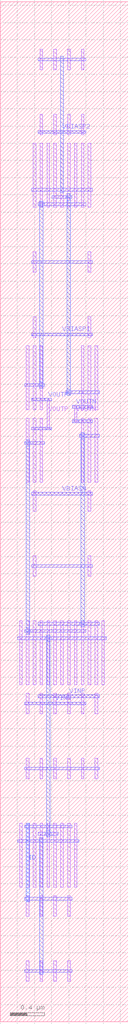
<source format=lef>
MACRO TELESCOPIC_OTA
  ORIGIN 0 0 ;
  FOREIGN TELESCOPIC_OTA 0 0 ;
  SIZE 1.492 BY 11.844 ;
  PIN ID
    DIRECTION INOUT ;
    USE SIGNAL ;
    PORT 
      LAYER M3 ;
        RECT 0.3 1.392 0.34 2.304 ;
    END
  END ID
  PIN VBIASP2
    DIRECTION INOUT ;
    USE SIGNAL ;
    PORT 
      LAYER M2 ;
        RECT 0.444 10.316 0.996 10.348 ;
    END
  END VBIASP2
  PIN VOUTN
    DIRECTION INOUT ;
    USE SIGNAL ;
    PORT 
      LAYER M2 ;
        RECT 0.844 6.956 1.076 6.988 ;
      LAYER M2 ;
        RECT 0.844 7.124 1.076 7.156 ;
      LAYER M2 ;
        RECT 0.844 6.956 0.916 6.988 ;
      LAYER M1 ;
        RECT 0.864 6.966 0.896 7.146 ;
      LAYER M2 ;
        RECT 0.844 7.124 0.916 7.156 ;
    END
  END VOUTN
  PIN VOUTP
    DIRECTION INOUT ;
    USE SIGNAL ;
    PORT 
      LAYER M2 ;
        RECT 0.364 6.872 0.596 6.904 ;
      LAYER M2 ;
        RECT 0.364 7.208 0.596 7.24 ;
      LAYER M2 ;
        RECT 0.524 6.872 0.596 6.904 ;
      LAYER M1 ;
        RECT 0.544 6.888 0.576 7.224 ;
      LAYER M2 ;
        RECT 0.524 7.208 0.596 7.24 ;
    END
  END VOUTP
  PIN VBIASN
    DIRECTION INOUT ;
    USE SIGNAL ;
    PORT 
      LAYER M2 ;
        RECT 0.364 6.116 1.076 6.148 ;
    END
  END VBIASN
  PIN VBIASP1
    DIRECTION INOUT ;
    USE SIGNAL ;
    PORT 
      LAYER M2 ;
        RECT 0.364 7.964 1.076 7.996 ;
    END
  END VBIASP1
  PIN VINP
    DIRECTION INOUT ;
    USE SIGNAL ;
    PORT 
      LAYER M2 ;
        RECT 0.444 3.764 1.156 3.796 ;
    END
  END VINP
  PIN VINN
    DIRECTION INOUT ;
    USE SIGNAL ;
    PORT 
      LAYER M2 ;
        RECT 0.284 3.68 0.996 3.712 ;
    END
  END VINN
  OBS 
  LAYER M2 ;
        RECT 0.444 2.168 0.676 2.2 ;
  LAYER M2 ;
        RECT 0.204 4.436 1.236 4.468 ;
  LAYER M2 ;
        RECT 0.524 2.168 0.596 2.2 ;
  LAYER M3 ;
        RECT 0.54 2.184 0.58 4.452 ;
  LAYER M2 ;
        RECT 0.524 4.436 0.596 4.468 ;
  LAYER M2 ;
        RECT 0.524 2.168 0.596 2.2 ;
  LAYER M3 ;
        RECT 0.54 2.148 0.58 2.22 ;
  LAYER M2 ;
        RECT 0.524 4.436 0.596 4.468 ;
  LAYER M3 ;
        RECT 0.54 4.416 0.58 4.488 ;
  LAYER M2 ;
        RECT 0.524 2.168 0.596 2.2 ;
  LAYER M3 ;
        RECT 0.54 2.148 0.58 2.22 ;
  LAYER M2 ;
        RECT 0.524 4.436 0.596 4.468 ;
  LAYER M3 ;
        RECT 0.54 4.416 0.58 4.488 ;
  LAYER M2 ;
        RECT 0.284 7.376 0.516 7.408 ;
  LAYER M2 ;
        RECT 0.444 9.476 0.996 9.508 ;
  LAYER M2 ;
        RECT 0.444 7.376 0.516 7.408 ;
  LAYER M3 ;
        RECT 0.46 7.392 0.5 9.492 ;
  LAYER M2 ;
        RECT 0.444 9.476 0.516 9.508 ;
  LAYER M2 ;
        RECT 0.444 7.376 0.516 7.408 ;
  LAYER M3 ;
        RECT 0.46 7.356 0.5 7.428 ;
  LAYER M2 ;
        RECT 0.444 9.476 0.516 9.508 ;
  LAYER M3 ;
        RECT 0.46 9.456 0.5 9.528 ;
  LAYER M2 ;
        RECT 0.444 7.376 0.516 7.408 ;
  LAYER M3 ;
        RECT 0.46 7.356 0.5 7.428 ;
  LAYER M2 ;
        RECT 0.444 9.476 0.516 9.508 ;
  LAYER M3 ;
        RECT 0.46 9.456 0.5 9.528 ;
  LAYER M2 ;
        RECT 0.924 7.292 1.156 7.324 ;
  LAYER M2 ;
        RECT 0.604 9.56 0.836 9.592 ;
  LAYER M2 ;
        RECT 0.8 7.292 0.96 7.324 ;
  LAYER M3 ;
        RECT 0.78 7.308 0.82 9.576 ;
  LAYER M2 ;
        RECT 0.764 9.56 0.836 9.592 ;
  LAYER M2 ;
        RECT 0.764 7.292 0.836 7.324 ;
  LAYER M3 ;
        RECT 0.78 7.272 0.82 7.344 ;
  LAYER M2 ;
        RECT 0.764 9.56 0.836 9.592 ;
  LAYER M3 ;
        RECT 0.78 9.54 0.82 9.612 ;
  LAYER M2 ;
        RECT 0.764 7.292 0.836 7.324 ;
  LAYER M3 ;
        RECT 0.78 7.272 0.82 7.344 ;
  LAYER M2 ;
        RECT 0.764 9.56 0.836 9.592 ;
  LAYER M3 ;
        RECT 0.78 9.54 0.82 9.612 ;
  LAYER M2 ;
        RECT 0.444 4.604 1.156 4.636 ;
  LAYER M2 ;
        RECT 0.924 6.788 1.156 6.82 ;
  LAYER M2 ;
        RECT 0.924 4.604 0.996 4.636 ;
  LAYER M3 ;
        RECT 0.94 4.62 0.98 6.804 ;
  LAYER M2 ;
        RECT 0.924 6.788 0.996 6.82 ;
  LAYER M2 ;
        RECT 0.924 4.604 0.996 4.636 ;
  LAYER M3 ;
        RECT 0.94 4.584 0.98 4.656 ;
  LAYER M2 ;
        RECT 0.924 6.788 0.996 6.82 ;
  LAYER M3 ;
        RECT 0.94 6.768 0.98 6.84 ;
  LAYER M2 ;
        RECT 0.924 4.604 0.996 4.636 ;
  LAYER M3 ;
        RECT 0.94 4.584 0.98 4.656 ;
  LAYER M2 ;
        RECT 0.924 6.788 0.996 6.82 ;
  LAYER M3 ;
        RECT 0.94 6.768 0.98 6.84 ;
  LAYER M2 ;
        RECT 0.284 4.52 0.996 4.552 ;
  LAYER M2 ;
        RECT 0.284 6.704 0.516 6.736 ;
  LAYER M2 ;
        RECT 0.284 4.52 0.356 4.552 ;
  LAYER M3 ;
        RECT 0.3 4.536 0.34 6.72 ;
  LAYER M2 ;
        RECT 0.284 6.704 0.356 6.736 ;
  LAYER M2 ;
        RECT 0.284 4.52 0.356 4.552 ;
  LAYER M3 ;
        RECT 0.3 4.5 0.34 4.572 ;
  LAYER M2 ;
        RECT 0.284 6.704 0.356 6.736 ;
  LAYER M3 ;
        RECT 0.3 6.684 0.34 6.756 ;
  LAYER M2 ;
        RECT 0.284 4.52 0.356 4.552 ;
  LAYER M3 ;
        RECT 0.3 4.5 0.34 4.572 ;
  LAYER M2 ;
        RECT 0.284 6.704 0.356 6.736 ;
  LAYER M3 ;
        RECT 0.3 6.684 0.34 6.756 ;
  LAYER M1 ;
        RECT 0.304 1.56 0.336 2.304 ;
  LAYER M1 ;
        RECT 0.304 1.224 0.336 1.464 ;
  LAYER M1 ;
        RECT 0.304 0.468 0.336 0.708 ;
  LAYER M1 ;
        RECT 0.224 1.56 0.256 2.304 ;
  LAYER M1 ;
        RECT 0.384 1.56 0.416 2.304 ;
  LAYER M1 ;
        RECT 0.464 1.56 0.496 2.304 ;
  LAYER M1 ;
        RECT 0.464 1.224 0.496 1.464 ;
  LAYER M1 ;
        RECT 0.464 0.468 0.496 0.708 ;
  LAYER M1 ;
        RECT 0.544 1.56 0.576 2.304 ;
  LAYER M1 ;
        RECT 0.624 1.56 0.656 2.304 ;
  LAYER M1 ;
        RECT 0.624 1.224 0.656 1.464 ;
  LAYER M1 ;
        RECT 0.624 0.468 0.656 0.708 ;
  LAYER M1 ;
        RECT 0.704 1.56 0.736 2.304 ;
  LAYER M1 ;
        RECT 0.784 1.56 0.816 2.304 ;
  LAYER M1 ;
        RECT 0.784 1.224 0.816 1.464 ;
  LAYER M1 ;
        RECT 0.784 0.468 0.816 0.708 ;
  LAYER M1 ;
        RECT 0.864 1.56 0.896 2.304 ;
  LAYER M2 ;
        RECT 0.284 2.252 0.836 2.284 ;
  LAYER M2 ;
        RECT 0.284 1.412 0.836 1.444 ;
  LAYER M2 ;
        RECT 0.204 2.084 0.916 2.116 ;
  LAYER M2 ;
        RECT 0.284 0.572 0.836 0.604 ;
  LAYER M3 ;
        RECT 0.3 1.392 0.34 2.304 ;
  LAYER M2 ;
        RECT 0.444 2.168 0.676 2.2 ;
  LAYER M3 ;
        RECT 0.46 0.552 0.5 2.136 ;
  LAYER M1 ;
        RECT 0.464 9.456 0.496 10.2 ;
  LAYER M1 ;
        RECT 0.464 10.296 0.496 10.536 ;
  LAYER M1 ;
        RECT 0.464 11.052 0.496 11.292 ;
  LAYER M1 ;
        RECT 0.384 9.456 0.416 10.2 ;
  LAYER M1 ;
        RECT 0.544 9.456 0.576 10.2 ;
  LAYER M1 ;
        RECT 0.624 9.456 0.656 10.2 ;
  LAYER M1 ;
        RECT 0.624 10.296 0.656 10.536 ;
  LAYER M1 ;
        RECT 0.624 11.052 0.656 11.292 ;
  LAYER M1 ;
        RECT 0.704 9.456 0.736 10.2 ;
  LAYER M1 ;
        RECT 0.784 9.456 0.816 10.2 ;
  LAYER M1 ;
        RECT 0.784 10.296 0.816 10.536 ;
  LAYER M1 ;
        RECT 0.784 11.052 0.816 11.292 ;
  LAYER M1 ;
        RECT 0.864 9.456 0.896 10.2 ;
  LAYER M1 ;
        RECT 0.944 9.456 0.976 10.2 ;
  LAYER M1 ;
        RECT 0.944 10.296 0.976 10.536 ;
  LAYER M1 ;
        RECT 0.944 11.052 0.976 11.292 ;
  LAYER M1 ;
        RECT 1.024 9.456 1.056 10.2 ;
  LAYER M2 ;
        RECT 0.364 9.644 1.076 9.676 ;
  LAYER M2 ;
        RECT 0.444 11.156 0.996 11.188 ;
  LAYER M2 ;
        RECT 0.444 9.476 0.996 9.508 ;
  LAYER M2 ;
        RECT 0.604 9.56 0.836 9.592 ;
  LAYER M2 ;
        RECT 0.444 10.316 0.996 10.348 ;
  LAYER M3 ;
        RECT 0.7 9.624 0.74 11.208 ;
  LAYER M1 ;
        RECT 1.024 6.264 1.056 7.008 ;
  LAYER M1 ;
        RECT 1.024 5.928 1.056 6.168 ;
  LAYER M1 ;
        RECT 1.024 5.172 1.056 5.412 ;
  LAYER M1 ;
        RECT 1.104 6.264 1.136 7.008 ;
  LAYER M1 ;
        RECT 0.944 6.264 0.976 7.008 ;
  LAYER M1 ;
        RECT 0.384 6.264 0.416 7.008 ;
  LAYER M1 ;
        RECT 0.384 5.928 0.416 6.168 ;
  LAYER M1 ;
        RECT 0.384 5.172 0.416 5.412 ;
  LAYER M1 ;
        RECT 0.464 6.264 0.496 7.008 ;
  LAYER M1 ;
        RECT 0.304 6.264 0.336 7.008 ;
  LAYER M2 ;
        RECT 0.364 5.276 1.076 5.308 ;
  LAYER M2 ;
        RECT 0.844 6.956 1.076 6.988 ;
  LAYER M2 ;
        RECT 0.364 6.872 0.596 6.904 ;
  LAYER M2 ;
        RECT 0.364 6.116 1.076 6.148 ;
  LAYER M2 ;
        RECT 0.924 6.788 1.156 6.82 ;
  LAYER M2 ;
        RECT 0.284 6.704 0.516 6.736 ;
  LAYER M1 ;
        RECT 1.024 7.104 1.056 7.848 ;
  LAYER M1 ;
        RECT 1.024 7.944 1.056 8.184 ;
  LAYER M1 ;
        RECT 1.024 8.7 1.056 8.94 ;
  LAYER M1 ;
        RECT 1.104 7.104 1.136 7.848 ;
  LAYER M1 ;
        RECT 0.944 7.104 0.976 7.848 ;
  LAYER M1 ;
        RECT 0.384 7.104 0.416 7.848 ;
  LAYER M1 ;
        RECT 0.384 7.944 0.416 8.184 ;
  LAYER M1 ;
        RECT 0.384 8.7 0.416 8.94 ;
  LAYER M1 ;
        RECT 0.464 7.104 0.496 7.848 ;
  LAYER M1 ;
        RECT 0.304 7.104 0.336 7.848 ;
  LAYER M2 ;
        RECT 0.364 8.804 1.076 8.836 ;
  LAYER M2 ;
        RECT 0.844 7.124 1.076 7.156 ;
  LAYER M2 ;
        RECT 0.364 7.208 0.596 7.24 ;
  LAYER M2 ;
        RECT 0.364 7.964 1.076 7.996 ;
  LAYER M2 ;
        RECT 0.924 7.292 1.156 7.324 ;
  LAYER M2 ;
        RECT 0.284 7.376 0.516 7.408 ;
  LAYER M1 ;
        RECT 1.104 3.912 1.136 4.656 ;
  LAYER M1 ;
        RECT 1.104 3.576 1.136 3.816 ;
  LAYER M1 ;
        RECT 1.104 2.82 1.136 3.06 ;
  LAYER M1 ;
        RECT 1.184 3.912 1.216 4.656 ;
  LAYER M1 ;
        RECT 1.024 3.912 1.056 4.656 ;
  LAYER M1 ;
        RECT 0.944 3.912 0.976 4.656 ;
  LAYER M1 ;
        RECT 0.944 3.576 0.976 3.816 ;
  LAYER M1 ;
        RECT 0.944 2.82 0.976 3.06 ;
  LAYER M1 ;
        RECT 0.864 3.912 0.896 4.656 ;
  LAYER M1 ;
        RECT 0.784 3.912 0.816 4.656 ;
  LAYER M1 ;
        RECT 0.784 3.576 0.816 3.816 ;
  LAYER M1 ;
        RECT 0.784 2.82 0.816 3.06 ;
  LAYER M1 ;
        RECT 0.704 3.912 0.736 4.656 ;
  LAYER M1 ;
        RECT 0.624 3.912 0.656 4.656 ;
  LAYER M1 ;
        RECT 0.624 3.576 0.656 3.816 ;
  LAYER M1 ;
        RECT 0.624 2.82 0.656 3.06 ;
  LAYER M1 ;
        RECT 0.544 3.912 0.576 4.656 ;
  LAYER M1 ;
        RECT 0.464 3.912 0.496 4.656 ;
  LAYER M1 ;
        RECT 0.464 3.576 0.496 3.816 ;
  LAYER M1 ;
        RECT 0.464 2.82 0.496 3.06 ;
  LAYER M1 ;
        RECT 0.384 3.912 0.416 4.656 ;
  LAYER M1 ;
        RECT 0.304 3.912 0.336 4.656 ;
  LAYER M1 ;
        RECT 0.304 3.576 0.336 3.816 ;
  LAYER M1 ;
        RECT 0.304 2.82 0.336 3.06 ;
  LAYER M1 ;
        RECT 0.224 3.912 0.256 4.656 ;
  LAYER M2 ;
        RECT 0.284 2.924 1.156 2.956 ;
  LAYER M2 ;
        RECT 0.444 4.604 1.156 4.636 ;
  LAYER M2 ;
        RECT 0.284 4.52 0.996 4.552 ;
  LAYER M2 ;
        RECT 0.444 3.764 1.156 3.796 ;
  LAYER M2 ;
        RECT 0.284 3.68 0.996 3.712 ;
  LAYER M2 ;
        RECT 0.204 4.436 1.236 4.468 ;
  END 
END TELESCOPIC_OTA

</source>
